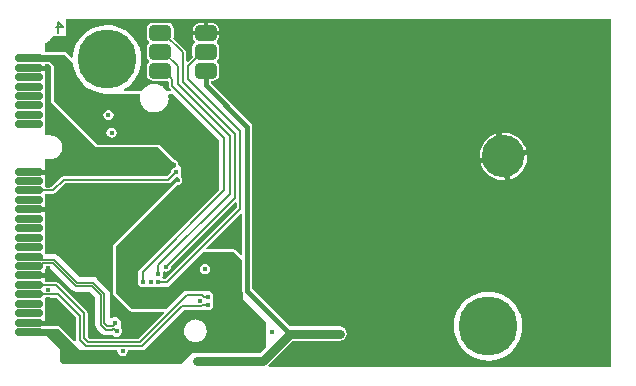
<source format=gbl>
G04*
G04 #@! TF.GenerationSoftware,Altium Limited,Altium Designer,20.1.12 (249)*
G04*
G04 Layer_Physical_Order=4*
G04 Layer_Color=16711680*
%FSLAX44Y44*%
%MOMM*%
G71*
G04*
G04 #@! TF.SameCoordinates,ADC5D222-85A9-45F4-B70E-F1EBAED22DC9*
G04*
G04*
G04 #@! TF.FilePolarity,Positive*
G04*
G01*
G75*
%ADD61C,0.1500*%
G04:AMPARAMS|DCode=77|XSize=0.6mm|YSize=2.3mm|CornerRadius=0.15mm|HoleSize=0mm|Usage=FLASHONLY|Rotation=90.000|XOffset=0mm|YOffset=0mm|HoleType=Round|Shape=RoundedRectangle|*
%AMROUNDEDRECTD77*
21,1,0.6000,2.0000,0,0,90.0*
21,1,0.3000,2.3000,0,0,90.0*
1,1,0.3000,1.0000,0.1500*
1,1,0.3000,1.0000,-0.1500*
1,1,0.3000,-1.0000,-0.1500*
1,1,0.3000,-1.0000,0.1500*
%
%ADD77ROUNDEDRECTD77*%
%ADD86C,0.4500*%
%ADD90C,0.1350*%
%ADD91C,5.0000*%
G04:AMPARAMS|DCode=92|XSize=5.3mm|YSize=5.3mm|CornerRadius=0.3975mm|HoleSize=0mm|Usage=FLASHONLY|Rotation=0.000|XOffset=0mm|YOffset=0mm|HoleType=Round|Shape=RoundedRectangle|*
%AMROUNDEDRECTD92*
21,1,5.3000,4.5050,0,0,0.0*
21,1,4.5050,5.3000,0,0,0.0*
1,1,0.7950,2.2525,-2.2525*
1,1,0.7950,-2.2525,-2.2525*
1,1,0.7950,-2.2525,2.2525*
1,1,0.7950,2.2525,2.2525*
%
%ADD92ROUNDEDRECTD92*%
%ADD93C,0.4500*%
%ADD94C,3.6000*%
G04:AMPARAMS|DCode=95|XSize=1.3mm|YSize=1.85mm|CornerRadius=0.325mm|HoleSize=0mm|Usage=FLASHONLY|Rotation=270.000|XOffset=0mm|YOffset=0mm|HoleType=Round|Shape=RoundedRectangle|*
%AMROUNDEDRECTD95*
21,1,1.3000,1.2000,0,0,270.0*
21,1,0.6500,1.8500,0,0,270.0*
1,1,0.6500,-0.6000,-0.3250*
1,1,0.6500,-0.6000,0.3250*
1,1,0.6500,0.6000,0.3250*
1,1,0.6500,0.6000,-0.3250*
%
%ADD95ROUNDEDRECTD95*%
%ADD96C,0.8000*%
G36*
X32961Y256655D02*
X32961Y227500D01*
X32961Y227500D01*
X33116Y226720D01*
X33558Y226058D01*
X33558Y226058D01*
X70558Y189058D01*
X71220Y188616D01*
X72000Y188461D01*
X123655D01*
X135890Y176226D01*
X136057Y176114D01*
X136199Y175972D01*
X136385Y175895D01*
X136552Y175784D01*
X136749Y175744D01*
X136934Y175668D01*
X137363Y175583D01*
X138094Y175094D01*
X138583Y174363D01*
X138668Y173934D01*
X138744Y173749D01*
X138784Y173552D01*
X138895Y173385D01*
X138972Y173199D01*
X138988Y173184D01*
X138901Y172563D01*
X138762Y172266D01*
X138321Y171674D01*
X136948Y171400D01*
X135542Y170461D01*
X134603Y169055D01*
X134273Y167397D01*
X134334Y167090D01*
X131048Y163804D01*
X43500D01*
X42427Y163591D01*
X41517Y162983D01*
X33339Y154804D01*
X27750D01*
Y178451D01*
X32500D01*
X32583Y178468D01*
X32667Y178457D01*
X33646Y178521D01*
X33888Y178586D01*
X34139Y178602D01*
X36030Y179109D01*
X36329Y179256D01*
X36645Y179363D01*
X38340Y180343D01*
X38591Y180562D01*
X38868Y180748D01*
X40252Y182132D01*
X40438Y182409D01*
X40658Y182660D01*
X41636Y184356D01*
X41744Y184671D01*
X41891Y184970D01*
X42398Y186861D01*
X42420Y187194D01*
X42485Y187521D01*
Y189479D01*
X42420Y189806D01*
X42398Y190139D01*
X41891Y192030D01*
X41744Y192329D01*
X41636Y192645D01*
X40658Y194340D01*
X40438Y194591D01*
X40252Y194868D01*
X38868Y196252D01*
X38591Y196438D01*
X38340Y196658D01*
X36644Y197636D01*
X36329Y197744D01*
X36030Y197891D01*
X34139Y198398D01*
X33888Y198414D01*
X33646Y198479D01*
X32667Y198543D01*
X32583Y198532D01*
X32500Y198549D01*
X27750D01*
Y258961D01*
X30655D01*
X32961Y256655D01*
D02*
G37*
G36*
X140016Y163166D02*
X140862Y162755D01*
X141303Y162283D01*
X141305Y162279D01*
X141582Y161863D01*
X141754Y161000D01*
X141582Y160137D01*
X141094Y159406D01*
X140363Y158918D01*
X139400Y158726D01*
X139222Y158761D01*
X139025Y158722D01*
X138824D01*
X138639Y158645D01*
X138442Y158606D01*
X138275Y158495D01*
X138089Y158418D01*
X137947Y158276D01*
X137780Y158164D01*
X86058Y106442D01*
X85616Y105780D01*
X85461Y105000D01*
Y65000D01*
X85616Y64220D01*
X86058Y63558D01*
X86058Y63558D01*
X99558Y50058D01*
X100220Y49616D01*
X101000Y49461D01*
X128036D01*
X128610Y48075D01*
X106839Y26304D01*
X65661D01*
X63804Y28161D01*
Y48000D01*
X63590Y49073D01*
X62983Y49983D01*
X38983Y73983D01*
X38073Y74590D01*
X37000Y74804D01*
X27750D01*
Y85783D01*
X32225D01*
X50378Y67629D01*
X51925Y66596D01*
X53749Y66233D01*
X65526D01*
X70333Y61426D01*
Y47677D01*
Y38299D01*
X70696Y36475D01*
X71729Y34928D01*
X75912Y30746D01*
X77459Y29712D01*
X79283Y29350D01*
X83305D01*
X83914Y29471D01*
X84132Y29466D01*
X84872Y29596D01*
X85629Y29066D01*
X87331Y28317D01*
X89191Y28276D01*
X90924Y28950D01*
X92268Y30236D01*
X93017Y31939D01*
X93057Y33798D01*
X92383Y35532D01*
X92192Y35732D01*
X91690Y38579D01*
X91801Y38833D01*
X91842Y40692D01*
X91168Y42425D01*
X89881Y43769D01*
X88179Y44518D01*
X86320Y44558D01*
X84586Y43884D01*
X84267Y43578D01*
X82767Y44219D01*
Y46476D01*
Y64601D01*
X82404Y66425D01*
X81370Y67972D01*
X72072Y77270D01*
X70525Y78304D01*
X68701Y78667D01*
X56925D01*
X38771Y96820D01*
X37224Y97854D01*
X35400Y98217D01*
X27750D01*
Y149196D01*
X34500D01*
X35573Y149410D01*
X36483Y150017D01*
X44661Y158196D01*
X132209D01*
X133282Y158410D01*
X134192Y159017D01*
X138299Y163125D01*
X138606Y163064D01*
X139512Y163244D01*
X140016Y163166D01*
D02*
G37*
G36*
X51318Y260182D02*
X51537Y257903D01*
X52680Y253483D01*
X54500Y249297D01*
X56953Y245447D01*
X59978Y242029D01*
X63500Y239125D01*
X67433Y236808D01*
X71680Y235135D01*
X76137Y234147D01*
X77432Y234068D01*
X77500Y234000D01*
X78547D01*
X80693Y233869D01*
X82056Y234000D01*
X107757D01*
X108051Y233737D01*
X108508Y233000D01*
X108409Y232247D01*
X108181Y231216D01*
X108204Y230686D01*
X108134Y230161D01*
X108272Y229114D01*
X108318Y228059D01*
X108478Y227554D01*
X108547Y227028D01*
X108951Y226053D01*
X109269Y225046D01*
X109553Y224599D01*
X109756Y224109D01*
X110399Y223271D01*
X110966Y222381D01*
X111357Y222023D01*
X111679Y221602D01*
X112517Y220960D01*
X113296Y220246D01*
X113766Y220002D01*
X114186Y219679D01*
X115162Y219275D01*
X116098Y218787D01*
X116616Y218673D01*
X117105Y218470D01*
X118152Y218332D01*
X119183Y218103D01*
X119713Y218127D01*
X120238Y218057D01*
X121285Y218195D01*
X122340Y218241D01*
X122845Y218401D01*
X123371Y218470D01*
X124346Y218874D01*
X125353Y219191D01*
X125800Y219476D01*
X126290Y219679D01*
X127127Y220322D01*
X128018Y220889D01*
X128376Y221280D01*
X128797Y221602D01*
X129439Y222440D01*
X130153Y223219D01*
X130397Y223689D01*
X130720Y224109D01*
X131124Y225085D01*
X131612Y226021D01*
X131726Y226539D01*
X131929Y227028D01*
X132067Y228075D01*
X132296Y229106D01*
X132272Y229636D01*
X132341Y230161D01*
X132204Y231208D01*
X132158Y232263D01*
X131998Y232768D01*
X131968Y233000D01*
X132588Y234000D01*
X136000D01*
X175000Y195000D01*
Y152500D01*
X106000Y83500D01*
Y72500D01*
X108500Y70000D01*
X131500D01*
X161500Y100000D01*
X187500Y100000D01*
X194667Y92833D01*
Y66620D01*
X194997Y64962D01*
X195000Y64957D01*
Y60000D01*
X214500Y40500D01*
Y19152D01*
X209466Y14117D01*
X156000D01*
X155409Y14000D01*
X152000D01*
X143000Y5000D01*
X42500D01*
X40000Y7500D01*
Y17500D01*
X28500Y29000D01*
X23000D01*
Y34931D01*
X24000D01*
X24345Y35000D01*
X39000D01*
X57500Y16500D01*
X88619D01*
X89033Y15995D01*
X89363Y14337D01*
X90303Y12931D01*
X91708Y11991D01*
X93367Y11661D01*
X95025Y11991D01*
X96431Y12931D01*
X97370Y14337D01*
X97700Y15995D01*
X98115Y16500D01*
X111500D01*
X146000Y51000D01*
X167500Y51000D01*
X170000Y53500D01*
Y64000D01*
X167500Y66500D01*
X145500D01*
X130500Y51500D01*
X101000D01*
X87500Y65000D01*
Y105000D01*
X139222Y156722D01*
X139500Y156667D01*
X141158Y156997D01*
X142564Y157936D01*
X143503Y159342D01*
X143833Y161000D01*
X143503Y162658D01*
X143000Y163412D01*
Y172000D01*
X140668Y174332D01*
X140503Y175158D01*
X139564Y176564D01*
X138158Y177503D01*
X137332Y177668D01*
X124500Y190500D01*
X72000D01*
X35000Y227500D01*
X35000Y257500D01*
X31500Y261000D01*
X24345D01*
X24000Y261069D01*
X20500D01*
Y267000D01*
X44500D01*
X51318Y260182D01*
D02*
G37*
G36*
X194667Y132242D02*
Y97676D01*
X193281Y97102D01*
X188941Y101442D01*
X188280Y101884D01*
X187500Y102039D01*
X164464Y102039D01*
X163890Y103425D01*
X193281Y132816D01*
X194667Y132242D01*
D02*
G37*
G36*
X190196Y141771D02*
Y137661D01*
X134517Y81983D01*
X129839Y77304D01*
X127946D01*
X127144Y78804D01*
X127503Y79342D01*
X127833Y81000D01*
X127588Y82234D01*
X127793Y82577D01*
X128423Y83207D01*
X128766Y83412D01*
X130000Y83167D01*
X131658Y83497D01*
X133064Y84436D01*
X134003Y85842D01*
X134333Y87500D01*
X134272Y87807D01*
X188810Y142345D01*
X190196Y141771D01*
D02*
G37*
G36*
X54196Y44839D02*
Y25500D01*
X52881Y24424D01*
X52497Y24387D01*
X40442Y36442D01*
X39780Y36884D01*
X39000Y37039D01*
X27750D01*
Y61196D01*
X37839D01*
X54196Y44839D01*
D02*
G37*
G36*
X506951Y2549D02*
X217230D01*
X216700Y4049D01*
X237344Y24693D01*
X277186D01*
X279527Y25158D01*
X281512Y26484D01*
X282838Y28469D01*
X283303Y30810D01*
X282838Y33151D01*
X281512Y35136D01*
X279527Y36462D01*
X277186Y36928D01*
X234821D01*
X203333Y68415D01*
Y205908D01*
X203003Y207566D01*
X202064Y208972D01*
X168083Y242953D01*
Y244897D01*
X169750D01*
X171798Y245305D01*
X173535Y246465D01*
X174695Y248202D01*
X175103Y250250D01*
Y256750D01*
X174695Y258798D01*
X173535Y260535D01*
X173213Y260750D01*
Y262250D01*
X173535Y262465D01*
X174695Y264202D01*
X175103Y266250D01*
Y272750D01*
X174695Y274798D01*
X173535Y276535D01*
X172991Y276899D01*
Y278703D01*
X173175Y278825D01*
X174224Y280397D01*
X174593Y282250D01*
Y283750D01*
X163750D01*
X152907D01*
Y282250D01*
X153276Y280397D01*
X154325Y278825D01*
X154509Y278703D01*
Y276899D01*
X153965Y276535D01*
X152805Y274798D01*
X152397Y272750D01*
Y266250D01*
X152627Y265093D01*
X148690Y261155D01*
X147304Y261729D01*
Y269000D01*
X147090Y270073D01*
X146483Y270983D01*
X136373Y281093D01*
X136603Y282250D01*
Y288750D01*
X136195Y290798D01*
X135035Y292535D01*
X133298Y293695D01*
X131250Y294103D01*
X119250D01*
X117201Y293695D01*
X115465Y292535D01*
X114305Y290798D01*
X113897Y288750D01*
Y282250D01*
X114305Y280202D01*
X115465Y278465D01*
X115787Y278250D01*
Y276750D01*
X115465Y276535D01*
X114305Y274798D01*
X113897Y272750D01*
Y266250D01*
X114305Y264202D01*
X115465Y262465D01*
X115787Y262250D01*
Y260750D01*
X115465Y260535D01*
X114305Y258798D01*
X113897Y256750D01*
Y250250D01*
X114305Y248202D01*
X115465Y246465D01*
X117201Y245305D01*
X119250Y244897D01*
X131250D01*
X132696Y243655D01*
Y240408D01*
X132910Y239335D01*
X133517Y238426D01*
X134518Y237425D01*
X133944Y236039D01*
X132588D01*
X132358Y235993D01*
X132123Y235985D01*
X130860Y236190D01*
X130346Y236700D01*
X130077Y237050D01*
X129510Y237941D01*
X129119Y238299D01*
X128797Y238719D01*
X127959Y239362D01*
X127180Y240075D01*
X126710Y240320D01*
X126290Y240643D01*
X125314Y241047D01*
X124378Y241535D01*
X123860Y241649D01*
X123371Y241852D01*
X122324Y241990D01*
X121293Y242218D01*
X120763Y242195D01*
X120238Y242264D01*
X119191Y242127D01*
X118136Y242080D01*
X117631Y241921D01*
X117105Y241852D01*
X116130Y241448D01*
X115123Y241130D01*
X114676Y240846D01*
X114186Y240643D01*
X113349Y240000D01*
X112458Y239433D01*
X112100Y239042D01*
X111679Y238719D01*
X111037Y237882D01*
X110323Y237103D01*
X110079Y236633D01*
X109706Y236202D01*
X108432Y235924D01*
X108093Y235972D01*
X107757Y236039D01*
X94703D01*
X94265Y237539D01*
X97692Y239722D01*
X101110Y242747D01*
X104014Y246269D01*
X106331Y250202D01*
X108004Y254449D01*
X108992Y258906D01*
X109270Y263462D01*
X108833Y268005D01*
X107690Y272425D01*
X105870Y276611D01*
X103417Y280461D01*
X100392Y283879D01*
X96870Y286783D01*
X92937Y289100D01*
X88690Y290772D01*
X84234Y291761D01*
X79677Y292039D01*
X75134Y291602D01*
X70714Y290459D01*
X66528Y288639D01*
X62678Y286186D01*
X59260Y283161D01*
X56356Y279639D01*
X54039Y275706D01*
X52366Y271459D01*
X51378Y267002D01*
X51260Y265058D01*
X49857Y264527D01*
X45942Y268442D01*
X45280Y268884D01*
X44500Y269039D01*
X27750D01*
Y276677D01*
X28747Y277090D01*
X28955Y277229D01*
X29187Y277325D01*
X30491Y278197D01*
X30669Y278374D01*
X30877Y278514D01*
X31986Y279622D01*
X32126Y279831D01*
X32303Y280009D01*
X33175Y281313D01*
X33210Y281398D01*
X34168Y282502D01*
X45832D01*
Y297451D01*
X506951D01*
Y2549D01*
D02*
G37*
%LPC*%
G36*
X81409Y220032D02*
X79751Y219702D01*
X78345Y218763D01*
X77406Y217357D01*
X77076Y215699D01*
X77406Y214040D01*
X78345Y212635D01*
X79751Y211695D01*
X81409Y211366D01*
X83068Y211695D01*
X84473Y212635D01*
X85413Y214040D01*
X85743Y215699D01*
X85413Y217357D01*
X84473Y218763D01*
X83068Y219702D01*
X81409Y220032D01*
D02*
G37*
G36*
X84014Y205260D02*
X82356Y204930D01*
X80950Y203991D01*
X80011Y202585D01*
X79681Y200926D01*
X80011Y199268D01*
X80950Y197862D01*
X82356Y196923D01*
X84014Y196593D01*
X85673Y196923D01*
X87078Y197862D01*
X88018Y199268D01*
X88348Y200926D01*
X88018Y202585D01*
X87078Y203991D01*
X85673Y204930D01*
X84014Y205260D01*
D02*
G37*
G36*
X162963Y89714D02*
X161305Y89384D01*
X159899Y88444D01*
X158960Y87039D01*
X158630Y85380D01*
X158960Y83722D01*
X159899Y82316D01*
X161305Y81377D01*
X162963Y81047D01*
X164621Y81377D01*
X166027Y82316D01*
X166966Y83722D01*
X167296Y85380D01*
X166966Y87039D01*
X166027Y88444D01*
X164621Y89384D01*
X162963Y89714D01*
D02*
G37*
G36*
X154968Y42781D02*
X154139Y42672D01*
X153304Y42636D01*
X152904Y42510D01*
X152488Y42455D01*
X151715Y42135D01*
X150918Y41884D01*
X150564Y41658D01*
X150177Y41498D01*
X149514Y40989D01*
X148808Y40539D01*
X148525Y40230D01*
X148192Y39975D01*
X147683Y39312D01*
X147119Y38695D01*
X146925Y38323D01*
X146669Y37990D01*
X146349Y37218D01*
X145964Y36477D01*
X145873Y36067D01*
X145712Y35679D01*
X145603Y34851D01*
X145422Y34035D01*
X145441Y33615D01*
X145386Y33199D01*
X145495Y32371D01*
X145531Y31535D01*
X145657Y31135D01*
X145712Y30719D01*
X146032Y29947D01*
X146283Y29150D01*
X146509Y28796D01*
X146669Y28408D01*
X147178Y27745D01*
X147627Y27040D01*
X147937Y26757D01*
X148192Y26424D01*
X148855Y25915D01*
X149472Y25350D01*
X149844Y25157D01*
X150177Y24901D01*
X150949Y24581D01*
X151690Y24195D01*
X152100Y24104D01*
X152488Y23944D01*
X153316Y23835D01*
X154132Y23654D01*
X154552Y23672D01*
X154968Y23617D01*
X155796Y23726D01*
X156631Y23763D01*
X157032Y23889D01*
X157448Y23944D01*
X158220Y24264D01*
X159017Y24515D01*
X159371Y24741D01*
X159759Y24901D01*
X160422Y25410D01*
X161127Y25859D01*
X161410Y26168D01*
X161743Y26424D01*
X162252Y27087D01*
X162817Y27703D01*
X163010Y28075D01*
X163266Y28408D01*
X163586Y29181D01*
X163972Y29922D01*
X164062Y30332D01*
X164223Y30719D01*
X164332Y31548D01*
X164513Y32364D01*
X164495Y32783D01*
X164550Y33199D01*
X164440Y34028D01*
X164404Y34863D01*
X164278Y35263D01*
X164223Y35679D01*
X163903Y36451D01*
X163652Y37249D01*
X163426Y37603D01*
X163266Y37990D01*
X162757Y38654D01*
X162308Y39358D01*
X161999Y39642D01*
X161743Y39975D01*
X161080Y40484D01*
X160464Y41048D01*
X160091Y41242D01*
X159759Y41498D01*
X158986Y41817D01*
X158245Y42203D01*
X157835Y42294D01*
X157448Y42455D01*
X156619Y42564D01*
X155803Y42745D01*
X155384Y42726D01*
X154968Y42781D01*
D02*
G37*
G36*
X169750Y293593D02*
X165500D01*
Y287250D01*
X174593D01*
Y288750D01*
X174224Y290603D01*
X173175Y292175D01*
X171603Y293224D01*
X169750Y293593D01*
D02*
G37*
G36*
X162000D02*
X157750D01*
X155897Y293224D01*
X154325Y292175D01*
X153276Y290603D01*
X152907Y288750D01*
Y287250D01*
X162000D01*
Y293593D01*
D02*
G37*
G36*
X416250Y200828D02*
X414826Y200719D01*
X417839Y183632D01*
X434926Y186645D01*
X434541Y188020D01*
X432761Y191534D01*
X430328Y194633D01*
X427338Y197198D01*
X423905Y199130D01*
X420161Y200356D01*
X416250Y200828D01*
D02*
G37*
G36*
X409902Y199851D02*
X408527Y199466D01*
X405013Y197685D01*
X401914Y195253D01*
X399349Y192263D01*
X397416Y188830D01*
X396191Y185086D01*
X395719Y181174D01*
X395828Y179751D01*
X412915Y182763D01*
X409902Y199851D01*
D02*
G37*
G36*
X435794Y181721D02*
X418707Y178708D01*
X421720Y161621D01*
X423095Y162005D01*
X426609Y163786D01*
X429708Y166219D01*
X432273Y169209D01*
X434206Y172642D01*
X435431Y176386D01*
X435903Y180297D01*
X435794Y181721D01*
D02*
G37*
G36*
X413783Y177839D02*
X396696Y174827D01*
X397081Y173452D01*
X398862Y169938D01*
X401294Y166839D01*
X404284Y164273D01*
X407717Y162341D01*
X411461Y161115D01*
X415373Y160644D01*
X416796Y160753D01*
X413783Y177839D01*
D02*
G37*
G36*
X402307Y66131D02*
X397764Y65694D01*
X393344Y64551D01*
X389158Y62731D01*
X385308Y60278D01*
X381890Y57253D01*
X378986Y53731D01*
X376669Y49798D01*
X374996Y45551D01*
X374008Y41094D01*
X373730Y36538D01*
X374167Y31995D01*
X375310Y27575D01*
X377130Y23389D01*
X379583Y19540D01*
X382608Y16121D01*
X386130Y13217D01*
X390063Y10900D01*
X394310Y9227D01*
X398767Y8239D01*
X403323Y7961D01*
X407866Y8398D01*
X412286Y9541D01*
X416472Y11361D01*
X420322Y13814D01*
X423740Y16839D01*
X426644Y20361D01*
X428961Y24294D01*
X430634Y28541D01*
X431622Y32998D01*
X431900Y37554D01*
X431463Y42097D01*
X430320Y46517D01*
X428500Y50703D01*
X426047Y54553D01*
X423022Y57971D01*
X419500Y60875D01*
X415567Y63192D01*
X411320Y64865D01*
X406863Y65853D01*
X402307Y66131D01*
D02*
G37*
%LPD*%
D61*
X148000Y63500D02*
X160500D01*
X162000Y62000D01*
X165500D01*
X144000Y54000D02*
X160000D01*
X161370Y55370D02*
X165528D01*
X160000Y54000D02*
X161370Y55370D01*
X110000Y20000D02*
X144000Y54000D01*
X108000Y23500D02*
X148000Y63500D01*
X64500Y23500D02*
X108000D01*
X61000Y27000D02*
X64500Y23500D01*
X110500Y83000D02*
X179500Y152000D01*
X110500Y74500D02*
Y83000D01*
X179500Y152000D02*
Y196408D01*
X184000Y149000D02*
Y198272D01*
X123500Y81000D02*
Y88500D01*
X184000Y149000D01*
X130000Y87500D02*
X188500Y146000D01*
Y200136D01*
X193000Y136500D02*
Y202000D01*
X136500Y80000D02*
X193000Y136500D01*
X132209Y161000D02*
X138606Y167397D01*
X89000Y161000D02*
X132209D01*
X14000Y152000D02*
X34500D01*
X43500Y161000D02*
X89000D01*
X34500Y152000D02*
X43500Y161000D01*
X62500Y20000D02*
X110000D01*
X37000Y72000D02*
X61000Y48000D01*
X14000Y72000D02*
X37000D01*
X61000Y27000D02*
Y48000D01*
X57000Y25500D02*
Y46000D01*
Y25500D02*
X62500Y20000D01*
X39000Y64000D02*
X57000Y46000D01*
X144500Y244136D02*
X188500Y200136D01*
X140000Y242272D02*
X184000Y198272D01*
X140000Y242272D02*
Y257500D01*
X135500Y240408D02*
Y246000D01*
Y240408D02*
X179500Y196408D01*
X144500Y244136D02*
Y269000D01*
X149000Y246000D02*
X193000Y202000D01*
X149000Y246000D02*
Y257500D01*
X131000Y74500D02*
X136500Y80000D01*
X123500Y74500D02*
X131000D01*
X30000Y256000D02*
X30000Y256000D01*
X149000Y257500D02*
X161000Y269500D01*
X128000Y253500D02*
X135500Y246000D01*
X128000Y269500D02*
X140000Y257500D01*
X128000Y285500D02*
X144500Y269000D01*
X125250Y253500D02*
X128000D01*
X125250Y269500D02*
X128000D01*
X125250Y285500D02*
X128000D01*
X161000Y269500D02*
X163750D01*
X14000Y64000D02*
X39000D01*
X38334Y285002D02*
Y294998D01*
X43332Y290000D01*
X36668D01*
D77*
X14000Y32000D02*
D03*
Y40000D02*
D03*
Y48000D02*
D03*
Y56000D02*
D03*
Y64000D02*
D03*
Y72000D02*
D03*
Y80000D02*
D03*
Y88000D02*
D03*
Y96000D02*
D03*
Y104000D02*
D03*
Y112000D02*
D03*
Y120000D02*
D03*
Y128000D02*
D03*
Y136000D02*
D03*
Y144000D02*
D03*
Y152000D02*
D03*
Y160000D02*
D03*
Y264000D02*
D03*
Y256000D02*
D03*
Y248000D02*
D03*
Y240000D02*
D03*
Y232000D02*
D03*
Y224000D02*
D03*
Y216000D02*
D03*
Y168000D02*
D03*
Y208000D02*
D03*
D86*
X199000Y66620D02*
Y205908D01*
Y66620D02*
X234810Y30810D01*
X14000Y80000D02*
X30000D01*
X26500Y136000D02*
X29048D01*
X26500Y136000D02*
X26500Y136000D01*
X14000Y136000D02*
X26500D01*
X30000Y236000D02*
Y256000D01*
Y212000D02*
Y236000D01*
X163750Y241158D02*
X199000Y205908D01*
X163750Y241158D02*
Y253500D01*
X14000Y168000D02*
X30000D01*
X14000Y256000D02*
X30000D01*
X14000Y40000D02*
X30000D01*
D90*
X68701Y73900D02*
X78000Y64601D01*
Y46476D02*
Y64601D01*
X67500Y71000D02*
X75100Y63400D01*
Y47677D02*
Y63400D01*
X78000Y39500D02*
Y46476D01*
X54950Y73900D02*
X68701D01*
X25496Y90550D02*
X34199D01*
X75100Y38299D02*
Y47677D01*
X53749Y71000D02*
X67500D01*
X80484Y37016D02*
X82801D01*
X78000Y39500D02*
X80484Y37016D01*
X85485Y37489D02*
X87148Y39864D01*
X82801Y37016D02*
X85485Y37489D01*
X22947Y96000D02*
X25496Y93450D01*
X14000Y96000D02*
X22947D01*
X79283Y34116D02*
X83305D01*
X75100Y38299D02*
X79283Y34116D01*
X83305Y34160D02*
X85988Y34633D01*
X88363Y32970D01*
X83305Y34116D02*
Y34160D01*
X22947Y88000D02*
X25496Y90550D01*
X14000Y88000D02*
X22947D01*
X35400Y93450D02*
X54950Y73900D01*
X25496Y93450D02*
X35400D01*
X34199Y90550D02*
X53749Y71000D01*
D91*
X402815Y37046D02*
D03*
X80185Y262954D02*
D03*
D92*
X480500Y271000D02*
D03*
Y29000D02*
D03*
D93*
X452769Y135567D02*
D03*
X449380Y152969D02*
D03*
X315585Y21993D02*
D03*
X254594Y21597D02*
D03*
X277186Y30810D02*
D03*
X64641Y51136D02*
D03*
X51672Y7224D02*
D03*
X36977Y39707D02*
D03*
X57109Y11841D02*
D03*
X158500Y58500D02*
D03*
X136500Y173500D02*
D03*
X220000Y32500D02*
D03*
X457500Y222500D02*
D03*
Y207500D02*
D03*
X445000D02*
D03*
X435000Y212500D02*
D03*
X427500Y220000D02*
D03*
X420000Y227500D02*
D03*
X467500Y100000D02*
D03*
X497500D02*
D03*
Y70000D02*
D03*
X467500D02*
D03*
Y200000D02*
D03*
X497500D02*
D03*
Y230000D02*
D03*
X467500D02*
D03*
X450000Y225000D02*
D03*
X442500Y232500D02*
D03*
X435000Y240000D02*
D03*
X427500Y247500D02*
D03*
X420000Y255000D02*
D03*
X412500Y262500D02*
D03*
X405000Y267500D02*
D03*
X397500Y272500D02*
D03*
X390000Y277500D02*
D03*
X380000Y282500D02*
D03*
X370000Y287500D02*
D03*
X360000Y290000D02*
D03*
X350000D02*
D03*
X340000D02*
D03*
X330000D02*
D03*
X320000D02*
D03*
X310000D02*
D03*
X300000D02*
D03*
X290000D02*
D03*
X280000D02*
D03*
X270000D02*
D03*
X425000Y112500D02*
D03*
Y150000D02*
D03*
Y125000D02*
D03*
X437500Y112500D02*
D03*
Y125000D02*
D03*
X450000D02*
D03*
Y175000D02*
D03*
Y162500D02*
D03*
Y112500D02*
D03*
Y187500D02*
D03*
X462500Y125000D02*
D03*
Y175000D02*
D03*
Y162500D02*
D03*
Y137500D02*
D03*
Y112500D02*
D03*
Y187500D02*
D03*
X475000Y125000D02*
D03*
Y175000D02*
D03*
Y112500D02*
D03*
Y187500D02*
D03*
X500000Y125000D02*
D03*
Y175000D02*
D03*
Y162500D02*
D03*
Y137500D02*
D03*
Y112500D02*
D03*
Y187500D02*
D03*
X487500D02*
D03*
Y112500D02*
D03*
Y175000D02*
D03*
Y125000D02*
D03*
X447500Y30000D02*
D03*
X375000Y7500D02*
D03*
X422500D02*
D03*
X330000D02*
D03*
Y32500D02*
D03*
X350000D02*
D03*
Y7500D02*
D03*
X440000Y92500D02*
D03*
X450000D02*
D03*
X420000D02*
D03*
X430000D02*
D03*
X440000Y77500D02*
D03*
X450000D02*
D03*
X420000D02*
D03*
X430000D02*
D03*
X410000D02*
D03*
X390000D02*
D03*
X400000D02*
D03*
X380000Y70000D02*
D03*
X370000D02*
D03*
X360000Y60000D02*
D03*
X350000Y50000D02*
D03*
Y40000D02*
D03*
X330000D02*
D03*
Y50000D02*
D03*
Y60000D02*
D03*
X410000Y240000D02*
D03*
Y230000D02*
D03*
Y220000D02*
D03*
Y120000D02*
D03*
Y130000D02*
D03*
Y140000D02*
D03*
Y100000D02*
D03*
Y92500D02*
D03*
Y110000D02*
D03*
X400000Y250000D02*
D03*
Y240000D02*
D03*
Y230000D02*
D03*
Y210000D02*
D03*
Y220000D02*
D03*
Y150000D02*
D03*
Y120000D02*
D03*
Y130000D02*
D03*
Y140000D02*
D03*
Y100000D02*
D03*
Y92500D02*
D03*
Y110000D02*
D03*
X390000Y250000D02*
D03*
Y240000D02*
D03*
Y230000D02*
D03*
Y200000D02*
D03*
Y210000D02*
D03*
Y220000D02*
D03*
Y160000D02*
D03*
Y150000D02*
D03*
Y120000D02*
D03*
Y130000D02*
D03*
Y140000D02*
D03*
Y100000D02*
D03*
Y92500D02*
D03*
Y110000D02*
D03*
X380000Y250000D02*
D03*
Y240000D02*
D03*
Y260000D02*
D03*
Y230000D02*
D03*
Y200000D02*
D03*
Y210000D02*
D03*
Y220000D02*
D03*
Y190000D02*
D03*
Y160000D02*
D03*
Y170000D02*
D03*
Y180000D02*
D03*
Y150000D02*
D03*
Y120000D02*
D03*
Y130000D02*
D03*
Y140000D02*
D03*
Y100000D02*
D03*
Y90000D02*
D03*
Y110000D02*
D03*
X370000Y250000D02*
D03*
Y240000D02*
D03*
Y260000D02*
D03*
Y230000D02*
D03*
Y200000D02*
D03*
Y210000D02*
D03*
Y220000D02*
D03*
Y190000D02*
D03*
Y160000D02*
D03*
Y170000D02*
D03*
Y180000D02*
D03*
Y150000D02*
D03*
Y120000D02*
D03*
Y130000D02*
D03*
Y140000D02*
D03*
Y100000D02*
D03*
Y90000D02*
D03*
Y110000D02*
D03*
X270000Y270000D02*
D03*
X280000D02*
D03*
X290000D02*
D03*
X300000D02*
D03*
X310000D02*
D03*
X320000D02*
D03*
X330000D02*
D03*
X340000D02*
D03*
X350000D02*
D03*
X360000D02*
D03*
X32500Y275000D02*
D03*
X40000D02*
D03*
X50000Y295000D02*
D03*
X100000Y294000D02*
D03*
X111500D02*
D03*
X360000Y110000D02*
D03*
Y90000D02*
D03*
Y100000D02*
D03*
Y140000D02*
D03*
Y130000D02*
D03*
Y120000D02*
D03*
Y150000D02*
D03*
Y180000D02*
D03*
Y170000D02*
D03*
Y160000D02*
D03*
Y190000D02*
D03*
Y220000D02*
D03*
Y210000D02*
D03*
Y200000D02*
D03*
Y230000D02*
D03*
Y260000D02*
D03*
Y240000D02*
D03*
Y250000D02*
D03*
X350000Y110000D02*
D03*
Y80000D02*
D03*
Y90000D02*
D03*
Y100000D02*
D03*
Y140000D02*
D03*
Y130000D02*
D03*
Y120000D02*
D03*
Y150000D02*
D03*
Y180000D02*
D03*
Y170000D02*
D03*
Y160000D02*
D03*
Y190000D02*
D03*
Y220000D02*
D03*
Y210000D02*
D03*
Y200000D02*
D03*
Y230000D02*
D03*
Y260000D02*
D03*
Y240000D02*
D03*
Y250000D02*
D03*
X340000Y110000D02*
D03*
Y70000D02*
D03*
Y80000D02*
D03*
Y90000D02*
D03*
Y100000D02*
D03*
Y140000D02*
D03*
Y130000D02*
D03*
Y120000D02*
D03*
Y150000D02*
D03*
Y180000D02*
D03*
Y170000D02*
D03*
Y160000D02*
D03*
Y190000D02*
D03*
Y220000D02*
D03*
Y210000D02*
D03*
Y200000D02*
D03*
Y230000D02*
D03*
Y260000D02*
D03*
Y240000D02*
D03*
Y250000D02*
D03*
X330000Y110000D02*
D03*
Y70000D02*
D03*
Y80000D02*
D03*
Y90000D02*
D03*
Y100000D02*
D03*
Y140000D02*
D03*
Y130000D02*
D03*
Y120000D02*
D03*
Y150000D02*
D03*
Y180000D02*
D03*
Y170000D02*
D03*
Y160000D02*
D03*
Y190000D02*
D03*
Y220000D02*
D03*
Y210000D02*
D03*
Y200000D02*
D03*
Y230000D02*
D03*
Y260000D02*
D03*
Y240000D02*
D03*
Y250000D02*
D03*
X320000Y110000D02*
D03*
Y70000D02*
D03*
Y80000D02*
D03*
Y90000D02*
D03*
Y100000D02*
D03*
Y140000D02*
D03*
Y130000D02*
D03*
Y120000D02*
D03*
Y150000D02*
D03*
Y180000D02*
D03*
Y170000D02*
D03*
Y160000D02*
D03*
Y190000D02*
D03*
Y220000D02*
D03*
Y210000D02*
D03*
Y200000D02*
D03*
Y230000D02*
D03*
Y260000D02*
D03*
Y240000D02*
D03*
Y250000D02*
D03*
X310000Y110000D02*
D03*
Y70000D02*
D03*
Y80000D02*
D03*
Y90000D02*
D03*
Y100000D02*
D03*
Y140000D02*
D03*
Y130000D02*
D03*
Y120000D02*
D03*
Y150000D02*
D03*
Y180000D02*
D03*
Y170000D02*
D03*
Y160000D02*
D03*
Y190000D02*
D03*
Y220000D02*
D03*
Y210000D02*
D03*
Y200000D02*
D03*
Y230000D02*
D03*
Y260000D02*
D03*
Y240000D02*
D03*
Y250000D02*
D03*
X300000Y110000D02*
D03*
Y70000D02*
D03*
Y80000D02*
D03*
Y90000D02*
D03*
Y100000D02*
D03*
Y140000D02*
D03*
Y130000D02*
D03*
Y120000D02*
D03*
Y150000D02*
D03*
Y180000D02*
D03*
Y170000D02*
D03*
Y160000D02*
D03*
Y190000D02*
D03*
Y220000D02*
D03*
Y210000D02*
D03*
Y200000D02*
D03*
Y230000D02*
D03*
Y260000D02*
D03*
Y240000D02*
D03*
Y250000D02*
D03*
X290000Y110000D02*
D03*
Y70000D02*
D03*
Y80000D02*
D03*
Y90000D02*
D03*
Y100000D02*
D03*
Y140000D02*
D03*
Y130000D02*
D03*
Y120000D02*
D03*
Y150000D02*
D03*
Y180000D02*
D03*
Y170000D02*
D03*
Y160000D02*
D03*
Y190000D02*
D03*
Y220000D02*
D03*
Y210000D02*
D03*
Y200000D02*
D03*
Y230000D02*
D03*
Y260000D02*
D03*
Y240000D02*
D03*
Y250000D02*
D03*
X280000Y110000D02*
D03*
Y70000D02*
D03*
Y80000D02*
D03*
Y90000D02*
D03*
Y100000D02*
D03*
Y140000D02*
D03*
Y130000D02*
D03*
Y120000D02*
D03*
Y150000D02*
D03*
Y180000D02*
D03*
Y170000D02*
D03*
Y160000D02*
D03*
Y190000D02*
D03*
Y220000D02*
D03*
Y210000D02*
D03*
Y200000D02*
D03*
Y230000D02*
D03*
Y260000D02*
D03*
Y240000D02*
D03*
Y250000D02*
D03*
X270000Y110000D02*
D03*
Y70000D02*
D03*
Y80000D02*
D03*
Y90000D02*
D03*
Y100000D02*
D03*
Y140000D02*
D03*
Y130000D02*
D03*
Y120000D02*
D03*
Y150000D02*
D03*
Y180000D02*
D03*
Y170000D02*
D03*
Y160000D02*
D03*
Y190000D02*
D03*
Y220000D02*
D03*
Y210000D02*
D03*
Y200000D02*
D03*
Y230000D02*
D03*
Y260000D02*
D03*
Y240000D02*
D03*
Y250000D02*
D03*
X260000Y110000D02*
D03*
Y70000D02*
D03*
Y80000D02*
D03*
Y90000D02*
D03*
Y100000D02*
D03*
Y140000D02*
D03*
Y130000D02*
D03*
Y120000D02*
D03*
Y150000D02*
D03*
Y180000D02*
D03*
Y170000D02*
D03*
Y160000D02*
D03*
Y190000D02*
D03*
Y220000D02*
D03*
Y210000D02*
D03*
Y200000D02*
D03*
Y230000D02*
D03*
Y260000D02*
D03*
Y240000D02*
D03*
Y250000D02*
D03*
X250000Y110000D02*
D03*
Y70000D02*
D03*
Y80000D02*
D03*
Y90000D02*
D03*
Y100000D02*
D03*
Y140000D02*
D03*
Y130000D02*
D03*
Y120000D02*
D03*
Y150000D02*
D03*
Y180000D02*
D03*
Y170000D02*
D03*
Y160000D02*
D03*
Y190000D02*
D03*
Y220000D02*
D03*
Y210000D02*
D03*
Y200000D02*
D03*
Y230000D02*
D03*
Y260000D02*
D03*
Y240000D02*
D03*
Y250000D02*
D03*
X240000Y110000D02*
D03*
Y70000D02*
D03*
Y80000D02*
D03*
Y90000D02*
D03*
Y100000D02*
D03*
Y140000D02*
D03*
Y130000D02*
D03*
Y120000D02*
D03*
Y150000D02*
D03*
Y180000D02*
D03*
Y170000D02*
D03*
Y160000D02*
D03*
Y190000D02*
D03*
Y220000D02*
D03*
Y210000D02*
D03*
Y200000D02*
D03*
Y230000D02*
D03*
Y260000D02*
D03*
Y240000D02*
D03*
Y250000D02*
D03*
X230000Y110000D02*
D03*
Y70000D02*
D03*
Y80000D02*
D03*
Y90000D02*
D03*
Y100000D02*
D03*
Y140000D02*
D03*
Y130000D02*
D03*
Y120000D02*
D03*
Y150000D02*
D03*
Y180000D02*
D03*
Y170000D02*
D03*
Y160000D02*
D03*
Y190000D02*
D03*
Y220000D02*
D03*
Y210000D02*
D03*
Y200000D02*
D03*
Y230000D02*
D03*
Y260000D02*
D03*
Y240000D02*
D03*
Y250000D02*
D03*
X180000Y240000D02*
D03*
Y250000D02*
D03*
Y260000D02*
D03*
X190000D02*
D03*
Y250000D02*
D03*
Y240000D02*
D03*
Y230000D02*
D03*
X200000D02*
D03*
Y220000D02*
D03*
Y240000D02*
D03*
Y250000D02*
D03*
Y260000D02*
D03*
X220000Y250000D02*
D03*
Y240000D02*
D03*
Y260000D02*
D03*
X210000D02*
D03*
Y250000D02*
D03*
Y240000D02*
D03*
Y200000D02*
D03*
Y210000D02*
D03*
Y220000D02*
D03*
Y230000D02*
D03*
X220000D02*
D03*
Y200000D02*
D03*
Y210000D02*
D03*
Y220000D02*
D03*
X210000Y160000D02*
D03*
Y170000D02*
D03*
Y180000D02*
D03*
Y190000D02*
D03*
X220000D02*
D03*
Y160000D02*
D03*
Y170000D02*
D03*
Y180000D02*
D03*
X210000Y120000D02*
D03*
Y130000D02*
D03*
Y140000D02*
D03*
Y150000D02*
D03*
X220000D02*
D03*
Y120000D02*
D03*
Y130000D02*
D03*
Y140000D02*
D03*
Y100000D02*
D03*
Y90000D02*
D03*
Y80000D02*
D03*
Y70000D02*
D03*
Y110000D02*
D03*
X210000D02*
D03*
Y100000D02*
D03*
Y90000D02*
D03*
Y80000D02*
D03*
Y70000D02*
D03*
X165000Y115000D02*
D03*
X174000Y106500D02*
D03*
X139500Y161000D02*
D03*
X150000Y276000D02*
D03*
X147500Y294000D02*
D03*
X130000Y242500D02*
D03*
X111500Y259000D02*
D03*
X60685Y55948D02*
D03*
X87148Y39864D02*
D03*
X88363Y32970D02*
D03*
X46531Y41140D02*
D03*
X234000Y290000D02*
D03*
Y270000D02*
D03*
X256000D02*
D03*
Y290000D02*
D03*
X120000Y45000D02*
D03*
X138606Y167397D02*
D03*
X165500Y62000D02*
D03*
X131000Y211500D02*
D03*
Y218000D02*
D03*
X137500Y224500D02*
D03*
Y218000D02*
D03*
X123500Y81000D02*
D03*
X156000Y8000D02*
D03*
X162000D02*
D03*
X117000Y74500D02*
D03*
X130000Y81000D02*
D03*
X110500Y74500D02*
D03*
X130000Y87500D02*
D03*
X123500Y74500D02*
D03*
X212000Y21000D02*
D03*
X182500Y32500D02*
D03*
X175000D02*
D03*
Y40000D02*
D03*
X182500D02*
D03*
X165528Y55370D02*
D03*
X50000Y95000D02*
D03*
X67500Y87500D02*
D03*
X30000Y168000D02*
D03*
Y256000D02*
D03*
Y60000D02*
D03*
Y68000D02*
D03*
Y86000D02*
D03*
Y100000D02*
D03*
Y124000D02*
D03*
Y132000D02*
D03*
Y156000D02*
D03*
Y212000D02*
D03*
Y236000D02*
D03*
X206000Y290000D02*
D03*
Y270000D02*
D03*
X184000D02*
D03*
Y290000D02*
D03*
X79500Y109500D02*
D03*
X81500Y73500D02*
D03*
X93982Y29899D02*
D03*
X91377Y44672D02*
D03*
X30000Y40000D02*
D03*
X93367Y15995D02*
D03*
X77342Y123593D02*
D03*
X74737Y138365D02*
D03*
X72132Y153137D02*
D03*
X89224Y171382D02*
D03*
X86619Y186154D02*
D03*
X84014Y200926D02*
D03*
X81409Y215699D02*
D03*
X162963Y85380D02*
D03*
D94*
X415811Y180736D02*
D03*
D95*
X125250Y269500D02*
D03*
Y253500D02*
D03*
Y285500D02*
D03*
X163750D02*
D03*
Y269500D02*
D03*
Y253500D02*
D03*
D96*
X162000Y8000D02*
X212000D01*
X234810Y30810D01*
X277186D01*
X156000Y8000D02*
X162000D01*
M02*

</source>
